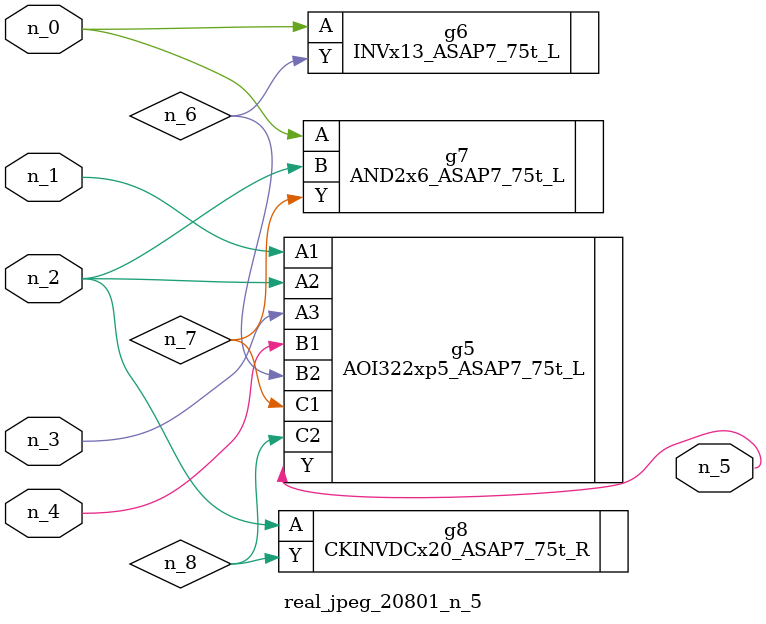
<source format=v>
module real_jpeg_20801_n_5 (n_4, n_0, n_1, n_2, n_3, n_5);

input n_4;
input n_0;
input n_1;
input n_2;
input n_3;

output n_5;

wire n_8;
wire n_6;
wire n_7;

INVx13_ASAP7_75t_L g6 ( 
.A(n_0),
.Y(n_6)
);

AND2x6_ASAP7_75t_L g7 ( 
.A(n_0),
.B(n_2),
.Y(n_7)
);

AOI322xp5_ASAP7_75t_L g5 ( 
.A1(n_1),
.A2(n_2),
.A3(n_3),
.B1(n_4),
.B2(n_6),
.C1(n_7),
.C2(n_8),
.Y(n_5)
);

CKINVDCx20_ASAP7_75t_R g8 ( 
.A(n_2),
.Y(n_8)
);


endmodule
</source>
